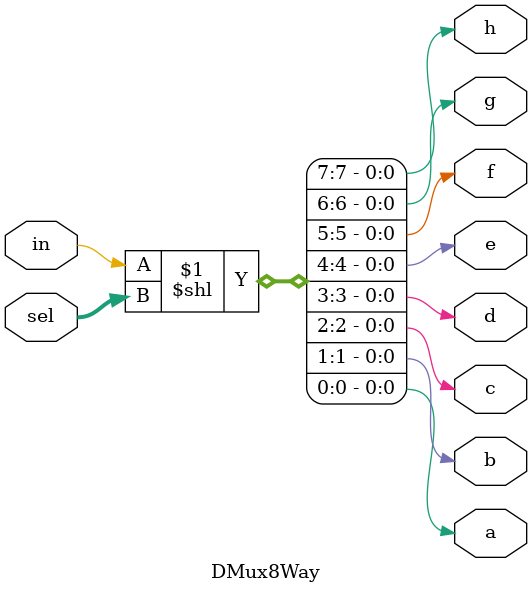
<source format=v>
module DMux8Way(
    input in,
    input [2:0] sel,
    output a,b,c,d,e,f,g,h
);


    assign {h, g, f, e, d, c, b, a} = in << sel;

endmodule

</source>
